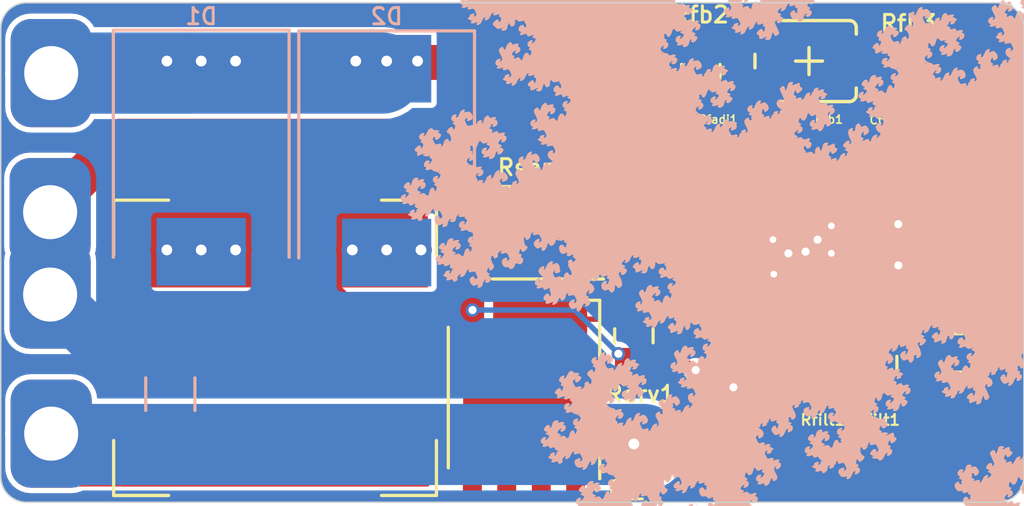
<source format=kicad_pcb>
(kicad_pcb (version 20171130) (host pcbnew 5.1.6-c6e7f7d~87~ubuntu18.04.1)
  (layers (0 F.Cu signal) (31 B.Cu signal hide) (34 B.Paste user hide) (35 F.Paste user hide) (36 B.SilkS user hide) (37 F.SilkS user) (38 B.Mask user hide) (39 F.Mask user) (44 Edge.Cuts user))
  (net 0 "")
  (net 1 "Net-(Ccomp1-Pad2)")
  (net 2 "Net-(Ccomp1-Pad1)")
  (net 3 "Net-(Cfilt1-Pad1)")
  (net 4 "Net-(Cvcc1-Pad1)")
  (net 5 "Net-(Rfadj1-Pad1)")
  (net 6 "Net-(Rivp1-Pad1)")
  (net 7 Vin)
  (net 8 "Net-(Q1-Pad4)")
  (net 9 "Net-(Q1-Pad1)")
  (net 10 "Net-(Rfb2-Pad1)")
  (net 11 "Net-(D1-Pad2)")
  (net 12 "Net-(Cout1-Pad1)")
  (net 13 "Net-(Rdrv1-Pad2)")
  (net 14 "Net-(Cfb1-Pad2)")
  (net 15 GND)
  (module Custom:TDSON-8-1_HandSoldering (layer F.Cu) (at 34.798 30.734 270)
    (fp_text reference Q1 (at 3.429 -3.81) (layer F.SilkS) (effects (font (size 0.7 0.7) (thickness 0.11))))
    (fp_text value "30V 100A")
    (fp_poly (pts (xy -2.286 -2.286) (xy -2.286 1.016) (xy -4.064 1.016) (xy -4.064 -2.286)) (layer F.Cu) (width 0.1))
    (fp_poly (pts (xy -2.286 1.524) (xy -2.286 2.54) (xy -4.064 2.54) (xy -4.064 1.524)) (layer F.Cu) (width 0.1))
    (pad 5 smd rect (at 0.5 0 180) (size 4.5 4.29) (layers F.Cu F.Mask) (net 11 "Net-(D1-Pad2)"))
    (pad 5 smd rect (at 2.9 -1.91 180) (size 0.7 1.2) (layers F.Cu F.Paste F.Mask) (net 11 "Net-(D1-Pad2)"))
    (pad 5 smd rect (at 2.9 -0.64 180) (size 0.7 1.2) (layers F.Cu F.Paste F.Mask) (net 11 "Net-(D1-Pad2)"))
    (pad 5 smd rect (at 2.9 0.64 180) (size 0.7 1.2) (layers F.Cu F.Paste F.Mask) (net 11 "Net-(D1-Pad2)"))
    (pad 5 smd rect (at 2.9 1.91 180) (size 0.7 1.2) (layers F.Cu F.Paste F.Mask) (net 11 "Net-(D1-Pad2)"))
    (pad 4 smd rect (at -2.9 1.91 180) (size 0.7 1.2) (layers F.Cu F.Paste F.Mask) (net 8 "Net-(Q1-Pad4)"))
    (pad 3 smd rect (at -2.9 0.64 180) (size 0.7 1.2) (layers F.Cu F.Paste F.Mask) (net 9 "Net-(Q1-Pad1)"))
    (pad 2 smd rect (at -2.9 -0.64 180) (size 0.7 1.2) (layers F.Cu F.Paste F.Mask) (net 9 "Net-(Q1-Pad1)"))
    (pad 1 smd rect (at -2.9 -1.91 180) (size 0.7 1.2) (layers F.Cu F.Paste F.Mask) (net 9 "Net-(Q1-Pad1)"))
  )
  (module Package_SO:VSSOP-10_3x3mm_P0.5mm (layer F.Cu) (at 45.085 25.908 180)
    (fp_text reference U1 (at 0 -0.1905) (layer F.SilkS) (effects (font (size 0.7 0.7) (thickness 0.12))))
    (fp_text value LM3481)
    (pad 10 smd roundrect (at 2.2 -1 180) (size 1.45 0.3) (layers F.Cu F.Paste F.Mask) (net 7 Vin))
    (pad 9 smd roundrect (at 2.2 -0.5 180) (size 1.45 0.3) (layers F.Cu F.Paste F.Mask) (net 4 "Net-(Cvcc1-Pad1)"))
    (pad 8 smd roundrect (at 2.2 0 180) (size 1.45 0.3) (layers F.Cu F.Paste F.Mask) (net 13 "Net-(Rdrv1-Pad2)"))
    (pad 7 smd roundrect (at 2.2 0.5 180) (size 1.45 0.3) (layers F.Cu F.Paste F.Mask) (net 15 GND))
    (pad 6 smd roundrect (at 2.2 1 180) (size 1.45 0.3) (layers F.Cu F.Paste F.Mask) (net 5 "Net-(Rfadj1-Pad1)"))
    (pad 5 smd roundrect (at -2.2 1 180) (size 1.45 0.3) (layers F.Cu F.Paste F.Mask) (net 15 GND))
    (pad 4 smd roundrect (at -2.2 0.5 180) (size 1.45 0.3) (layers F.Cu F.Paste F.Mask) (net 14 "Net-(Cfb1-Pad2)"))
    (pad 3 smd roundrect (at -2.2 0 180) (size 1.45 0.3) (layers F.Cu F.Paste F.Mask) (net 2 "Net-(Ccomp1-Pad1)"))
    (pad 2 smd roundrect (at -2.2 -0.5 180) (size 1.45 0.3) (layers F.Cu F.Paste F.Mask) (net 6 "Net-(Rivp1-Pad1)"))
    (pad 1 smd roundrect (at -2.2 -1 180) (size 1.45 0.3) (layers F.Cu F.Paste F.Mask) (net 3 "Net-(Cfilt1-Pad1)"))
  )
  (module Capacitor_SMD:C_0805_2012Metric (layer F.Cu) (at 40.8305 25.781 270)
    (fp_text reference Cbyp1 (at -1.905 0.254 180) (layer F.SilkS) (effects (font (size 0.3 0.3) (thickness 0.06))))
    (fp_text value 1uF)
    (pad 2 smd roundrect (at 0.9375 0 270) (size 0.975 1.4) (layers F.Cu F.Paste F.Mask) (net 7 Vin))
    (pad 1 smd roundrect (at -0.9375 0 270) (size 0.975 1.4) (layers F.Cu F.Paste F.Mask) (net 15 GND))
  )
  (module Custom:Heighway-dragon-mediumLarge (layer B.Cu) (at 48.133 25.019 30)
    (fp_text reference G*** hide)
    (fp_text value LOGO hide)
  )
  (module Diode_SMD:D_SMC (layer B.Cu) (at 29.718 21.971 270)
    (fp_text reference D2 (at -5.334 0 180) (layer B.SilkS) (effects (font (size 0.6 0.6) (thickness 0.11)) (justify mirror)))
    (fp_text value D)
    (pad 2 smd rect (at 3.4 0 180) (size 3.3 2.5) (layers B.Cu B.Paste B.Mask) (net 11 "Net-(D1-Pad2)"))
    (pad 1 smd rect (at -3.4 0 180) (size 3.3 2.5) (layers B.Cu B.Paste B.Mask) (net 12 "Net-(Cout1-Pad1)"))
  )
  (module Capacitor_SMD:C_1206_3216Metric (layer B.Cu) (at 21.717 30.607 90)
    (fp_text reference Cin1 hide)
    (fp_text value 25x100uF)
    (pad 2 smd roundrect (at 1.4 0 90) (size 1.25 1.75) (layers B.Cu B.Paste B.Mask) (roundrect_rratio 0.2) (net 15 GND))
    (pad 1 smd roundrect (at -1.4 0 90) (size 1.25 1.75) (layers B.Cu B.Paste B.Mask) (roundrect_rratio 0.2) (net 7 Vin))
  )
  (module Capacitor_SMD:C_1206_3216Metric (layer F.Cu) (at 39.116 19.685 270)
    (fp_text reference Cout1 hide)
    (fp_text value 100uF)
    (pad 2 smd roundrect (at 1.4 0 270) (size 1.25 1.75) (layers F.Cu F.Paste F.Mask) (roundrect_rratio 0.2) (net 15 GND))
    (pad 1 smd roundrect (at -1.4 0 270) (size 1.25 1.75) (layers F.Cu F.Paste F.Mask) (roundrect_rratio 0.2) (net 12 "Net-(Cout1-Pad1)"))
  )
  (module Diode_SMD:D_SMC (layer B.Cu) (at 22.86 21.942 270)
    (fp_text reference D1 (at -5.305 0) (layer B.SilkS) (effects (font (size 0.6 0.6) (thickness 0.11)) (justify mirror)))
    (fp_text value D)
    (pad 2 smd rect (at 3.4 0 180) (size 3.3 2.5) (layers B.Cu B.Paste B.Mask) (net 11 "Net-(D1-Pad2)"))
    (pad 1 smd rect (at -3.4 0 180) (size 3.3 2.5) (layers B.Cu B.Paste B.Mask) (net 12 "Net-(Cout1-Pad1)"))
  )
  (module Resistor_SMD:R_0805_2012Metric (layer F.Cu) (at 48.0949 22.2885 90)
    (fp_text reference Cfb1 (at 1.8161 0 180) (layer F.SilkS) (effects (font (size 0.3 0.3) (thickness 0.06))))
    (fp_text value 100pF)
    (pad 2 smd roundrect (at 0.9375 0 90) (size 0.975 1.4) (layers F.Cu F.Paste F.Mask) (net 14 "Net-(Cfb1-Pad2)"))
    (pad 1 smd roundrect (at -0.9375 0 90) (size 0.975 1.4) (layers F.Cu F.Paste F.Mask) (net 15 GND))
  )
  (module Custom:tc33 (layer F.Cu) (at 45.339 18.288)
    (fp_text reference Rfb3 (at 3.683 -1.397 unlocked) (layer F.SilkS) (effects (font (size 0.6 0.6) (thickness 0.11))))
    (fp_text value 500)
    (pad 1 smd rect (at -1.79832 -1.143 270) (size 1.5 1.2) (layers F.Cu F.Paste F.Mask) (net 10 "Net-(Rfb2-Pad1)"))
    (pad 2 smd rect (at 1.4478 0 270) (size 1.59766 1.8) (layers F.Cu F.Paste F.Mask) (net 14 "Net-(Cfb1-Pad2)"))
    (pad 3 smd rect (at -1.79832 1.143 270) (size 1.5 1.19888) (layers F.Cu F.Paste F.Mask))
  )
  (module Custom:XAL1010 (layer F.Cu) (at 25.5905 28.8925 90)
    (fp_text reference L1 hide)
    (fp_text value 1uH)
    (pad 1 smd rect (at -3.683 0 90) (size 2.9 11.3) (layers F.Cu F.Paste F.Mask) (net 7 Vin))
    (pad 2 smd rect (at 3.683 0 90) (size 2.9 11.3) (layers F.Cu F.Paste F.Mask) (net 11 "Net-(D1-Pad2)"))
  )
  (module Resistor_SMD:R_0805_2012Metric (layer F.Cu) (at 38.862 28.448 90)
    (fp_text reference Rdrv1 (at -2.159 0.254 unlocked) (layer F.SilkS) (effects (font (size 0.6 0.6) (thickness 0.11))))
    (fp_text value 30)
    (pad 2 smd roundrect (at 0.9375 0 90) (size 0.975 1.4) (layers F.Cu F.Paste F.Mask) (net 13 "Net-(Rdrv1-Pad2)"))
    (pad 1 smd roundrect (at -0.9375 0 90) (size 0.975 1.4) (layers F.Cu F.Paste F.Mask) (net 8 "Net-(Q1-Pad4)"))
  )
  (module Capacitor_SMD:C_0805_2012Metric (layer F.Cu) (at 50.8635 22.987)
    (fp_text reference Ccomp2 (at 1.9685 0 270 unlocked) (layer F.SilkS) (effects (font (size 0.3 0.3) (thickness 0.06))))
    (fp_text value 3.3nF)
    (pad 2 smd roundrect (at 0.9375 0) (size 0.975 1.4) (layers F.Cu F.Paste F.Mask) (net 15 GND))
    (pad 1 smd roundrect (at -0.9375 0) (size 0.975 1.4) (layers F.Cu F.Paste F.Mask) (net 2 "Net-(Ccomp1-Pad1)"))
  )
  (module Capacitor_SMD:C_0805_2012Metric (layer F.Cu) (at 50.7365 27.051)
    (fp_text reference Ccomp1 (at 1.9685 0 270 unlocked) (layer F.SilkS) (effects (font (size 0.3 0.3) (thickness 0.06))))
    (fp_text value 68nF)
    (pad 2 smd roundrect (at 0.9375 0) (size 0.975 1.4) (layers F.Cu F.Paste F.Mask) (net 1 "Net-(Ccomp1-Pad2)"))
    (pad 1 smd roundrect (at -0.9375 0) (size 0.975 1.4) (layers F.Cu F.Paste F.Mask) (net 2 "Net-(Ccomp1-Pad1)"))
  )
  (module Capacitor_SMD:C_0805_2012Metric (layer F.Cu) (at 47.879 29.464 270)
    (fp_text reference Cfilt1 (at 2.0955 0 unlocked) (layer F.SilkS) (effects (font (size 0.4 0.4) (thickness 0.08))))
    (fp_text value 10pf)
    (pad 2 smd roundrect (at 0.9375 0 270) (size 0.975 1.4) (layers F.Cu F.Paste F.Mask) (net 15 GND))
    (pad 1 smd roundrect (at -0.9375 0 270) (size 0.975 1.4) (layers F.Cu F.Paste F.Mask) (net 3 "Net-(Cfilt1-Pad1)"))
  )
  (module Capacitor_SMD:C_0805_2012Metric (layer F.Cu) (at 43.9928 22.2885 90)
    (fp_text reference Cvcc1 (at 1.778 0 unlocked) (layer F.SilkS) (effects (font (size 0.3 0.3) (thickness 0.06))))
    (fp_text value 470nf)
    (pad 2 smd roundrect (at 0.9375 0 90) (size 0.975 1.4) (layers F.Cu F.Paste F.Mask) (net 15 GND))
    (pad 1 smd roundrect (at -0.9375 0 90) (size 0.975 1.4) (layers F.Cu F.Paste F.Mask) (net 4 "Net-(Cvcc1-Pad1)"))
  )
  (module Resistor_SMD:R_2512_6332Metric (layer F.Cu) (at 35.687 24.638)
    (fp_text reference Rsense1 (at 0 -2.413 unlocked) (layer F.SilkS) (effects (font (size 0.6 0.6) (thickness 0.11))))
    (fp_text value 2.45mOhm)
    (pad 2 smd roundrect (at 2.9 0) (size 1.35 3.35) (layers F.Cu F.Paste F.Mask) (roundrect_rratio 0.185185) (net 15 GND))
    (pad 1 smd roundrect (at -2.9 0) (size 1.35 3.35) (layers F.Cu F.Paste F.Mask) (roundrect_rratio 0.185185) (net 9 "Net-(Q1-Pad1)"))
  )
  (module Custom:Pad (layer F.Cu) (at 17.272 23.876 270)
    (fp_text reference Vout-1 hide)
    (fp_text value MountingHole_Pad)
    (pad 1 thru_hole roundrect (at 0 0 270) (size 4 3) (drill 2) (layers *.Cu *.Mask) (net 15 GND))
  )
  (module Custom:Pad (layer F.Cu) (at 17.311732 18.7325 90)
    (fp_text reference Vout+1 hide)
    (fp_text value MountingHole_Pad)
    (pad 1 thru_hole roundrect (at 0 0 90) (size 4 3) (drill 2) (layers *.Cu *.Mask) (net 12 "Net-(Cout1-Pad1)"))
  )
  (module Custom:Pad (layer F.Cu) (at 17.272 26.924 90)
    (fp_text reference Vin-1 hide)
    (fp_text value MountingHole_Pad)
    (pad 1 thru_hole roundrect (at 0 0 90) (size 4 3) (drill 2) (layers *.Cu *.Mask) (net 15 GND))
  )
  (module Custom:Pad (layer F.Cu) (at 17.311732 32.0675 90)
    (fp_text reference Vin+1 hide)
    (fp_text value MountingHole_Pad)
    (pad 1 thru_hole roundrect (at 0 0 90) (size 4 3) (drill 2) (layers *.Cu *.Mask) (net 7 Vin))
  )
  (module Resistor_SMD:R_0805_2012Metric (layer F.Cu) (at 43.1165 28.7655)
    (fp_text reference Rivp2 (at 0 1.397 unlocked) (layer F.SilkS) (effects (font (size 0.6 0.6) (thickness 0.11))))
    (fp_text value 44.2kOhm)
    (pad 2 smd roundrect (at 0.9375 0) (size 0.975 1.4) (layers F.Cu F.Paste F.Mask) (net 6 "Net-(Rivp1-Pad1)"))
    (pad 1 smd roundrect (at -0.9375 0) (size 0.975 1.4) (layers F.Cu F.Paste F.Mask) (net 7 Vin))
  )
  (module Resistor_SMD:R_0805_2012Metric (layer F.Cu) (at 50.7365 29.083)
    (fp_text reference Rivp1 (at 1.9685 0 270 unlocked) (layer F.SilkS) (effects (font (size 0.3 0.3) (thickness 0.06))))
    (fp_text value 45.3kOhm)
    (pad 2 smd roundrect (at 0.9375 0) (size 0.975 1.4) (layers F.Cu F.Paste F.Mask) (net 15 GND))
    (pad 1 smd roundrect (at -0.9375 0) (size 0.975 1.4) (layers F.Cu F.Paste F.Mask) (net 6 "Net-(Rivp1-Pad1)"))
  )
  (module Resistor_SMD:R_0805_2012Metric (layer F.Cu) (at 45.847 29.464 270)
    (fp_text reference Rfilt1 (at 2.0955 0 unlocked) (layer F.SilkS) (effects (font (size 0.4 0.4) (thickness 0.08))))
    (fp_text value 100)
    (pad 2 smd roundrect (at 0.9375 0 270) (size 0.975 1.4) (layers F.Cu F.Paste F.Mask) (net 9 "Net-(Q1-Pad1)"))
    (pad 1 smd roundrect (at -0.9375 0 270) (size 0.975 1.4) (layers F.Cu F.Paste F.Mask) (net 3 "Net-(Cfilt1-Pad1)"))
  )
  (module Resistor_SMD:R_0805_2012Metric (layer F.Cu) (at 41.3385 18.669 270)
    (fp_text reference Rfb2 (at -2.0955 0 unlocked) (layer F.SilkS) (effects (font (size 0.6 0.6) (thickness 0.11))))
    (fp_text value 2.75k)
    (pad 2 smd roundrect (at 0.9375 0 270) (size 0.975 1.4) (layers F.Cu F.Paste F.Mask) (net 12 "Net-(Cout1-Pad1)"))
    (pad 1 smd roundrect (at -0.9375 0 270) (size 0.975 1.4) (layers F.Cu F.Paste F.Mask) (net 10 "Net-(Rfb2-Pad1)"))
  )
  (module Resistor_SMD:R_0805_2012Metric (layer F.Cu) (at 46.0629 22.2885 270)
    (fp_text reference Rfb1 (at -1.8415 -0.0127 unlocked) (layer F.SilkS) (effects (font (size 0.3 0.3) (thickness 0.06))))
    (fp_text value 1kOhm)
    (pad 2 smd roundrect (at 0.9375 0 270) (size 0.975 1.4) (layers F.Cu F.Paste F.Mask) (net 15 GND))
    (pad 1 smd roundrect (at -0.9375 0 270) (size 0.975 1.4) (layers F.Cu F.Paste F.Mask) (net 14 "Net-(Cfb1-Pad2)"))
  )
  (module Resistor_SMD:R_0805_2012Metric (layer F.Cu) (at 41.9735 22.2885 90)
    (fp_text reference Rfadj1 (at 1.8415 0 unlocked) (layer F.SilkS) (effects (font (size 0.3 0.3) (thickness 0.06))))
    (fp_text value 88kOhm)
    (pad 2 smd roundrect (at 0.9375 0 90) (size 0.975 1.4) (layers F.Cu F.Paste F.Mask) (net 15 GND))
    (pad 1 smd roundrect (at -0.9375 0 90) (size 0.975 1.4) (layers F.Cu F.Paste F.Mask) (net 5 "Net-(Rfadj1-Pad1)"))
  )
  (module Resistor_SMD:R_0805_2012Metric (layer F.Cu) (at 50.7365 25.019 180)
    (fp_text reference Rcomp1 (at -1.9685 0 270 unlocked) (layer F.SilkS) (effects (font (size 0.3 0.3) (thickness 0.06))))
    (fp_text value 1.87kOhm)
    (pad 2 smd roundrect (at 0.9375 0 180) (size 0.975 1.4) (layers F.Cu F.Paste F.Mask) (net 15 GND))
    (pad 1 smd roundrect (at -0.9375 0 180) (size 0.975 1.4) (layers F.Cu F.Paste F.Mask) (net 1 "Net-(Ccomp1-Pad2)"))
  )
  (gr_circle (center 48.01 27.518) (end 48.006 27.559) (layer F.SilkS) (width 0.12))
  (gr_poly (pts (xy 39.624 21.6662) (xy 19.812 21.6662) (xy 19.812 20.4724) (xy 39.624 20.4724)) (layer F.Cu) (width 0.1))
  (gr_poly (pts (xy 39.878 18.9357) (xy 17.7165 18.9357) (xy 17.7165 17.7419) (xy 39.878 17.7419)) (layer F.Cu) (width 0.1))
  (gr_line (start 53.2892 17.0815) (end 53.2892 33.655) (layer Edge.Cuts) (width 0.05))
  (gr_poly (pts (xy 17.510125 31.1785) (xy 31.257875 31.1785) (xy 31.242 33.9725) (xy 17.4625 33.9725)) (layer F.Cu) (width 0.1))
  (gr_line (start 15.4432 33.655) (end 15.4432 17.0815) (layer Edge.Cuts) (width 0.05))
  (gr_arc (start 16.3957 33.655) (end 15.4432 33.655) (angle -90) (layer Edge.Cuts) (width 0.05))
  (gr_arc (start 16.3957 17.0815) (end 16.3957 16.129) (angle -90) (layer Edge.Cuts) (width 0.05))
  (gr_arc (start 52.3367 33.655) (end 52.3367 34.6075) (angle -90) (layer Edge.Cuts) (width 0.05))
  (gr_arc (start 52.3367 17.0815) (end 53.2892 17.0815) (angle -90) (layer Edge.Cuts) (width 0.05))
  (gr_line (start 16.3957 16.129) (end 52.3367 16.129) (layer Edge.Cuts) (width 0.05))
  (gr_line (start 52.3367 34.6075) (end 16.3957 34.6075) (layer Edge.Cuts) (width 0.05))
  (via (at 45.6565 24.892) (size 0.5) (drill 0.3) (layers F.Cu B.Cu) (net 15))
  (via (at 45.212 25.3365) (size 0.5) (drill 0.3) (layers F.Cu B.Cu) (net 15))
  (via (at 44.577 25.4) (size 0.5) (drill 0.3) (layers F.Cu B.Cu) (net 15))
  (segment (start 51.674 27.051) (end 51.674 25.019) (width 0.2) (layer F.Cu) (net 1))
  (via (at 48.641 25.8445) (size 0.5) (drill 0.3) (layers F.Cu B.Cu) (net 2))
  (via (at 48.641 24.3205) (size 0.5) (drill 0.3) (layers F.Cu B.Cu) (net 2))
  (via (at 32.893 27.4955) (size 0.5) (drill 0.3) (layers F.Cu B.Cu) (net 8))
  (via (at 30.988 25.273) (size 0.8) (drill 0.4) (layers F.Cu B.Cu) (net 11))
  (via (at 29.718 25.273) (size 0.8) (drill 0.4) (layers F.Cu B.Cu) (net 11))
  (via (at 28.448 25.273) (size 0.8) (drill 0.4) (layers F.Cu B.Cu) (net 11))
  (via (at 30.861 18.288) (size 0.8) (drill 0.4) (layers F.Cu B.Cu) (net 12))
  (via (at 29.718 18.288) (size 0.8) (drill 0.4) (layers F.Cu B.Cu) (net 12))
  (via (at 28.575 18.288) (size 0.8) (drill 0.4) (layers F.Cu B.Cu) (net 12))
  (via (at 22.86 18.288) (size 0.8) (drill 0.4) (layers F.Cu B.Cu) (net 12))
  (via (at 24.13 18.288) (size 0.8) (drill 0.4) (layers F.Cu B.Cu) (net 12))
  (via (at 21.59 18.288) (size 0.8) (drill 0.4) (layers F.Cu B.Cu) (net 12))
  (via (at 22.86 25.273) (size 0.8) (drill 0.4) (layers F.Cu B.Cu) (net 11))
  (via (at 24.13 25.273) (size 0.8) (drill 0.4) (layers F.Cu B.Cu) (net 11))
  (via (at 21.59 25.273) (size 0.8) (drill 0.4) (layers F.Cu B.Cu) (net 11))
  (segment (start 48.656 25.908) (end 47.285 25.908) (width 0.2) (layer F.Cu) (net 2))
  (segment (start 49.799 27.051) (end 48.656 25.908) (width 0.2) (layer F.Cu) (net 2))
  (segment (start 50.2435 22.86) (end 48.783 24.3205) (width 0.2) (layer F.Cu) (net 2))
  (segment (start 48.783 24.3205) (end 48.641 24.3205) (width 0.2) (layer F.Cu) (net 2))
  (segment (start 48.641 25.8445) (end 48.641 24.3205) (width 0.2) (layer B.Cu) (net 2))
  (segment (start 47.879 27.252) (end 47.535 26.908) (width 0.2) (layer F.Cu) (net 3))
  (segment (start 47.879 28.7805) (end 47.879 27.252) (width 0.2) (layer F.Cu) (net 3))
  (segment (start 47.879 28.5265) (end 45.847 28.5265) (width 0.2) (layer F.Cu) (net 3))
  (via (at 44.036 26.17) (size 0.5) (drill 0.25) (layers F.Cu B.Cu) (net 4))
  (via (at 44.0055 24.892) (size 0.5) (drill 0.25) (layers F.Cu B.Cu) (net 4))
  (segment (start 44.0055 23.2387) (end 43.9928 23.226) (width 0.2) (layer F.Cu) (net 4))
  (segment (start 42.643 26.416) (end 42.635 26.408) (width 0.2) (layer F.Cu) (net 4))
  (segment (start 43.9928 23.226) (end 43.9928 24.8158) (width 0.2) (layer F.Cu) (net 4))
  (segment (start 43.9928 24.8158) (end 44.069 24.892) (width 0.2) (layer F.Cu) (net 4))
  (segment (start 43.665346 26.408) (end 43.942 26.131346) (width 0.2) (layer F.Cu) (net 4))
  (segment (start 42.635 26.408) (end 43.665346 26.408) (width 0.2) (layer F.Cu) (net 4))
  (segment (start 44.0055 26.1395) (end 44.0055 24.892) (width 0.2) (layer B.Cu) (net 4))
  (segment (start 44.036 26.17) (end 44.0055 26.1395) (width 0.2) (layer B.Cu) (net 4))
  (segment (start 41.984 23.2365) (end 41.9735 23.226) (width 0.2) (layer F.Cu) (net 5))
  (segment (start 41.9735 24.2465) (end 42.635 24.908) (width 0.2) (layer F.Cu) (net 5))
  (segment (start 41.9735 23.226) (end 41.9735 24.2465) (width 0.2) (layer F.Cu) (net 5))
  (segment (start 46.0605 26.408) (end 47.535 26.408) (width 0.2) (layer F.Cu) (net 6))
  (segment (start 43.688 28.7805) (end 46.0605 26.408) (width 0.2) (layer F.Cu) (net 6))
  (segment (start 50.1165 29.21) (end 48.83501 27.92851) (width 0.2) (layer F.Cu) (net 6))
  (segment (start 47.58499 26.45799) (end 47.535 26.408) (width 0.2) (layer F.Cu) (net 6))
  (segment (start 48.040346 26.408) (end 47.285 26.408) (width 0.2) (layer F.Cu) (net 6))
  (segment (start 48.83501 27.202664) (end 48.040346 26.408) (width 0.2) (layer F.Cu) (net 6))
  (segment (start 48.83501 27.92851) (end 48.83501 27.202664) (width 0.2) (layer F.Cu) (net 6))
  (segment (start 17.819732 32.5755) (end 17.311732 32.0675) (width 0.25) (layer F.Cu) (net 7))
  (segment (start 25.5905 32.5755) (end 17.819732 32.5755) (width 0.25) (layer F.Cu) (net 7))
  (via (at 38.862 32.4485) (size 0.8) (drill 0.4) (layers F.Cu B.Cu) (net 7))
  (segment (start 42.490499 27.052501) (end 42.635 26.908) (width 0.2) (layer F.Cu) (net 7))
  (segment (start 42.052 27.491) (end 42.635 26.908) (width 0.2) (layer F.Cu) (net 7))
  (segment (start 42.052 28.829) (end 42.052 27.491) (width 0.2) (layer F.Cu) (net 7))
  (segment (start 42.052 28.829) (end 42.052 28.2755) (width 0.2) (layer F.Cu) (net 7))
  (segment (start 41.386 26.908) (end 42.635 26.908) (width 0.3) (layer F.Cu) (net 7))
  (segment (start 17.711731 32.467499) (end 39.224001 32.467499) (width 3) (layer B.Cu) (net 7))
  (segment (start 17.311732 32.0675) (end 17.711731 32.467499) (width 3) (layer B.Cu) (net 7))
  (segment (start 39.4335 32.4485) (end 42.052 29.83) (width 0.5) (layer F.Cu) (net 7))
  (segment (start 38.862 32.4485) (end 39.4335 32.4485) (width 0.5) (layer F.Cu) (net 7))
  (segment (start 42.052 29.83) (end 42.052 28.829) (width 0.5) (layer F.Cu) (net 7))
  (segment (start 42.052 27.741) (end 42.78499 27.00801) (width 0.5) (layer F.Cu) (net 7))
  (segment (start 42.052 28.829) (end 42.052 27.741) (width 0.5) (layer F.Cu) (net 7))
  (segment (start 32.888 27.818) (end 32.888 27.834) (width 0.2) (layer F.Cu) (net 8))
  (segment (start 36.67056 27.4955) (end 38.038441 28.863381) (width 0.2) (layer B.Cu) (net 8))
  (segment (start 33.02 27.4955) (end 36.67056 27.4955) (width 0.2) (layer B.Cu) (net 8))
  (segment (start 38.038441 28.863381) (end 38.28844 29.11338) (width 0.2) (layer B.Cu) (net 8))
  (via (at 38.28844 29.11338) (size 0.5) (drill 0.3) (layers F.Cu B.Cu) (net 8))
  (via (at 42.545 30.353) (size 0.5) (drill 0.3) (layers F.Cu B.Cu) (net 9))
  (segment (start 45.735 30.5435) (end 45.847 30.6555) (width 0.2) (layer F.Cu) (net 9))
  (segment (start 36.708 27.834) (end 34.158 27.834) (width 0.2) (layer F.Cu) (net 9))
  (segment (start 34.158 26.009) (end 34.158 27.834) (width 1) (layer F.Cu) (net 9))
  (segment (start 32.787 24.638) (end 34.158 26.009) (width 1) (layer F.Cu) (net 9))
  (via (at 41.148 29.718) (size 0.5) (drill 0.3) (layers F.Cu B.Cu) (net 9))
  (segment (start 41.148 29.718) (end 41.22201 29.64399) (width 0.2) (layer F.Cu) (net 9))
  (segment (start 42.5935 30.4015) (end 42.545 30.353) (width 0.2) (layer F.Cu) (net 9))
  (segment (start 45.847 30.4015) (end 42.5935 30.4015) (width 0.2) (layer F.Cu) (net 9))
  (segment (start 41.783 30.353) (end 41.148 29.718) (width 0.2) (layer B.Cu) (net 9))
  (segment (start 42.545 30.353) (end 41.783 30.353) (width 0.2) (layer B.Cu) (net 9))
  (segment (start 37.716506 27.834) (end 36.708 27.834) (width 0.2) (layer F.Cu) (net 9))
  (segment (start 38.480496 28.59799) (end 37.716506 27.834) (width 0.2) (layer F.Cu) (net 9))
  (segment (start 40.02799 28.59799) (end 38.480496 28.59799) (width 0.2) (layer F.Cu) (net 9))
  (segment (start 41.148 29.718) (end 40.02799 28.59799) (width 0.2) (layer F.Cu) (net 9))
  (segment (start 42.95418 17.7315) (end 43.54068 17.145) (width 0.2) (layer F.Cu) (net 10))
  (segment (start 41.3385 17.7315) (end 42.95418 17.7315) (width 0.2) (layer F.Cu) (net 10))
  (segment (start 27.458 25.019) (end 25.781 25.019) (width 0.2) (layer F.Cu) (net 11))
  (segment (start 28.7735 25.2095) (end 25.5905 25.2095) (width 0.2) (layer F.Cu) (net 11))
  (segment (start 29.634001 29.634001) (end 33.198001 29.634001) (width 2) (layer F.Cu) (net 11))
  (segment (start 25.5905 25.5905) (end 29.634001 29.634001) (width 2) (layer F.Cu) (net 11))
  (segment (start 25.5905 25.2095) (end 25.5905 25.5905) (width 2) (layer F.Cu) (net 11))
  (segment (start 34.798 31.234) (end 34.798 31.623) (width 0.2) (layer F.Cu) (net 11))
  (segment (start 34.158 32.263) (end 34.158 33.634) (width 0.2) (layer F.Cu) (net 11))
  (segment (start 34.798 31.623) (end 34.158 32.263) (width 0.2) (layer F.Cu) (net 11))
  (segment (start 32.888 33.144) (end 34.798 31.234) (width 0.2) (layer F.Cu) (net 11))
  (segment (start 32.888 33.634) (end 32.888 33.144) (width 0.2) (layer F.Cu) (net 11))
  (segment (start 35.438 31.874) (end 34.798 31.234) (width 0.2) (layer F.Cu) (net 11))
  (segment (start 35.438 33.634) (end 35.438 31.874) (width 0.2) (layer F.Cu) (net 11))
  (segment (start 36.708 33.144) (end 34.798 31.234) (width 0.2) (layer F.Cu) (net 11))
  (segment (start 36.708 33.634) (end 36.708 33.144) (width 0.2) (layer F.Cu) (net 11))
  (segment (start 17.311732 18.7325) (end 22.4445 18.7325) (width 3) (layer B.Cu) (net 12))
  (segment (start 23.876 18.542) (end 24.13 18.288) (width 0.2) (layer B.Cu) (net 12))
  (segment (start 22.86 18.542) (end 23.876 18.542) (width 0.2) (layer B.Cu) (net 12))
  (segment (start 28.575 18.288) (end 24.13 18.288) (width 0.2) (layer F.Cu) (net 12))
  (segment (start 17.311732 18.7325) (end 29.5565 18.7325) (width 3) (layer B.Cu) (net 12))
  (segment (start 40.4375 19.6065) (end 39.116 18.285) (width 0.2) (layer F.Cu) (net 12))
  (segment (start 41.3385 19.6065) (end 40.4375 19.6065) (width 0.2) (layer F.Cu) (net 12))
  (segment (start 39.113 18.288) (end 39.116 18.285) (width 0.2) (layer F.Cu) (net 12))
  (segment (start 30.861 18.288) (end 39.113 18.288) (width 0.2) (layer F.Cu) (net 12))
  (segment (start 39.944834 25.908) (end 38.862 26.990834) (width 0.2) (layer F.Cu) (net 13))
  (segment (start 38.862 26.990834) (end 38.862 27.5105) (width 0.2) (layer F.Cu) (net 13))
  (segment (start 42.885 25.908) (end 39.944834 25.908) (width 0.2) (layer F.Cu) (net 13))
  (via (at 46.1645 24.384) (size 0.5) (drill 0.25) (layers F.Cu B.Cu) (net 14))
  (via (at 46.1645 25.4) (size 0.5) (drill 0.25) (layers F.Cu B.Cu) (net 14))
  (segment (start 46.2407 21.1732) (end 46.0629 21.351) (width 0.2) (layer F.Cu) (net 14))
  (segment (start 48.0949 21.351) (end 46.0629 21.351) (width 0.2) (layer F.Cu) (net 14))
  (segment (start 46.109 25.408) (end 47.535 25.408) (width 0.2) (layer F.Cu) (net 14))
  (segment (start 45.06289 22.35101) (end 45.06289 23.966236) (width 0.2) (layer F.Cu) (net 14))
  (segment (start 46.0629 21.351) (end 45.06289 22.35101) (width 0.2) (layer F.Cu) (net 14))
  (segment (start 45.06289 23.966236) (end 45.480654 24.384) (width 0.2) (layer F.Cu) (net 14))
  (segment (start 45.480654 24.384) (end 46.101 24.384) (width 0.2) (layer F.Cu) (net 14))
  (segment (start 46.0629 19.0119) (end 46.7868 18.288) (width 0.2) (layer F.Cu) (net 14))
  (segment (start 46.0629 21.351) (end 46.0629 19.0119) (width 0.2) (layer F.Cu) (net 14))
  (segment (start 46.1645 24.384) (end 46.1645 25.4) (width 0.2) (layer B.Cu) (net 14))
  (segment (start 48.0684 23.2525) (end 48.0949 23.226) (width 0.2) (layer F.Cu) (net 15))
  (segment (start 46.0629 23.226) (end 48.0949 23.226) (width 0.2) (layer F.Cu) (net 15))
  (segment (start 47.5869 24.8561) (end 47.535 24.908) (width 0.2) (layer F.Cu) (net 15))
  (segment (start 48.0949 24.3481) (end 47.535 24.908) (width 0.2) (layer F.Cu) (net 15))
  (segment (start 48.0949 23.226) (end 48.0949 24.3481) (width 0.2) (layer F.Cu) (net 15))
  (segment (start 41.9735 21.351) (end 44.0055 21.351) (width 0.2) (layer F.Cu) (net 15))
  (segment (start 42.643 25.4) (end 42.635 25.408) (width 0.2) (layer F.Cu) (net 15))
  (segment (start 45.085 25.4) (end 42.643 25.4) (width 0.2) (layer F.Cu) (net 15))
  (segment (start 47.535 24.908) (end 45.577 24.908) (width 0.2) (layer F.Cu) (net 15))
  (segment (start 45.577 24.908) (end 45.085 25.4) (width 0.2) (layer F.Cu) (net 15))
  (segment (start 20.701 21.085) (end 20.063 21.085) (width 1) (layer F.Cu) (net 15))
  (segment (start 35.052 21.085) (end 35.052 21.103) (width 0.2) (layer F.Cu) (net 15))
  (segment (start 21.717 29.207) (end 30.731 29.207) (width 2) (layer B.Cu) (net 15))
  (segment (start 17.272 23.876) (end 17.272 26.924) (width 1) (layer B.Cu) (net 15))
  (segment (start 30.731 29.207) (end 19.555 29.207) (width 1) (layer B.Cu) (net 15))
  (segment (start 35.052 21.085) (end 20.698 21.085) (width 0.2) (layer F.Cu) (net 15))
  (segment (start 20.698 21.085) (end 20.063 21.085) (width 0.2) (layer F.Cu) (net 15))
  (segment (start 19.555 29.207) (end 17.272 26.924) (width 2) (layer B.Cu) (net 15))
  (segment (start 36.192 29.207) (end 30.731 29.207) (width 2) (layer B.Cu) (net 15))
  (segment (start 38.826 24.145) (end 38.333 24.638) (width 0.2) (layer F.Cu) (net 15))
  (segment (start 38.445 24.526) (end 38.333 24.638) (width 0.2) (layer F.Cu) (net 15))
  (segment (start 38.587 24.638) (end 38.587 21.188) (width 1.5) (layer F.Cu) (net 15))
  (segment (start 20.698 21.085) (end 38.484 21.085) (width 1) (layer F.Cu) (net 15))
  (segment (start 40.8305 22.494) (end 40.8305 24.8435) (width 0.2) (layer F.Cu) (net 15))
  (segment (start 41.9735 21.351) (end 40.8305 22.494) (width 0.2) (layer F.Cu) (net 15))
  (segment (start 41.395 25.408) (end 42.885 25.408) (width 0.2) (layer F.Cu) (net 15))
  (segment (start 40.8305 24.8435) (end 41.395 25.408) (width 0.2) (layer F.Cu) (net 15))
  (segment (start 47.301 24.892) (end 47.285 24.908) (width 0.2) (layer F.Cu) (net 15))
  (segment (start 49.799 24.892) (end 47.301 24.892) (width 0.2) (layer F.Cu) (net 15))
  (segment (start 50.58651 25.67951) (end 49.799 24.892) (width 0.2) (layer F.Cu) (net 15))
  (segment (start 50.58651 28.18601) (end 50.58651 25.67951) (width 0.2) (layer F.Cu) (net 15))
  (segment (start 51.6105 29.21) (end 50.58651 28.18601) (width 0.2) (layer F.Cu) (net 15))
  (segment (start 50.0865 24.892) (end 49.799 24.892) (width 0.2) (layer F.Cu) (net 15))
  (segment (start 52.1185 22.86) (end 50.0865 24.892) (width 0.2) (layer F.Cu) (net 15))
  (segment (start 49.949494 30.4015) (end 51.267994 29.083) (width 0.2) (layer F.Cu) (net 15))
  (segment (start 51.267994 29.083) (end 51.674 29.083) (width 0.2) (layer F.Cu) (net 15))
  (segment (start 47.879 30.4015) (end 49.949494 30.4015) (width 0.2) (layer F.Cu) (net 15))
  (segment (start 21.717 29.207) (end 19.555 29.207) (width 2) (layer B.Cu) (net 15))
  (segment (start 19.8374 21.1709) (end 17.0464 23.9619) (width 1.5) (layer F.Cu) (net 15))
  (zone (net 15) (net_name GND) (layer B.Cu) (connect_pads no (clearance 0)) (min_thickness 0.0254) (fill yes (arc_segments 32) (thermal_gap 0) (thermal_bridge_width 0.03))
    (polygon (pts (xy 53.7845 34.7345) (xy 15.24 34.798) (xy 15.24 16.002) (xy 53.7845 15.9385)))
  )
)
</source>
